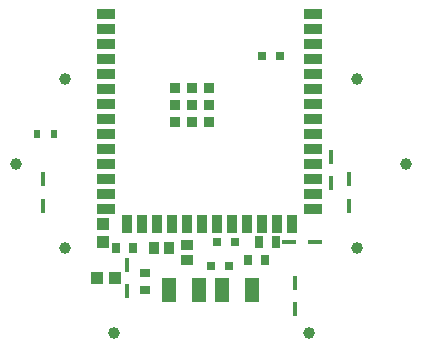
<source format=gbr>
%TF.GenerationSoftware,Altium Limited,Altium Designer,25.8.1 (18)*%
G04 Layer_Color=8421504*
%FSLAX45Y45*%
%MOMM*%
%TF.SameCoordinates,DBAD572D-54B9-4E5B-BD18-095DBB1A99D2*%
%TF.FilePolarity,Positive*%
%TF.FileFunction,Paste,Top*%
%TF.Part,Single*%
G01*
G75*
%TA.AperFunction,SMDPad,CuDef*%
%ADD10R,0.45720X1.16840*%
%TA.AperFunction,ConnectorPad*%
%ADD11R,1.50000X0.90000*%
%TA.AperFunction,SMDPad,CuDef*%
%ADD12R,0.80000X0.80000*%
%TA.AperFunction,BGAPad,CuDef*%
%ADD13R,0.90000X0.90000*%
%TA.AperFunction,SMDPad,CuDef*%
%ADD14R,1.16840X0.45720*%
%ADD15R,0.65000X0.90000*%
%ADD16R,0.98000X0.88000*%
%TA.AperFunction,ConnectorPad*%
%ADD17R,1.20000X2.00000*%
%TA.AperFunction,SMDPad,CuDef*%
%ADD18R,0.94000X0.73000*%
%ADD19R,0.73000X0.94000*%
%ADD20R,0.60000X0.80000*%
%TA.AperFunction,ConnectorPad*%
%ADD21R,0.90000X1.50000*%
%TA.AperFunction,SMDPad,CuDef*%
%ADD22R,1.05000X1.00000*%
G04:AMPARAMS|DCode=23|XSize=1mm|YSize=1mm|CornerRadius=0.5mm|HoleSize=0mm|Usage=FLASHONLY|Rotation=0.000|XOffset=0mm|YOffset=0mm|HoleType=Round|Shape=RoundedRectangle|*
%AMROUNDEDRECTD23*
21,1,1.00000,0.00000,0,0,0.0*
21,1,0.00000,1.00000,0,0,0.0*
1,1,1.00000,0.00000,0.00000*
1,1,1.00000,0.00000,0.00000*
1,1,1.00000,0.00000,0.00000*
1,1,1.00000,0.00000,0.00000*
%
%ADD23ROUNDEDRECTD23*%
G04:AMPARAMS|DCode=24|XSize=1mm|YSize=1mm|CornerRadius=0.5mm|HoleSize=0mm|Usage=FLASHONLY|Rotation=300.000|XOffset=0mm|YOffset=0mm|HoleType=Round|Shape=RoundedRectangle|*
%AMROUNDEDRECTD24*
21,1,1.00000,0.00000,0,0,300.0*
21,1,0.00000,1.00000,0,0,300.0*
1,1,1.00000,0.00000,0.00000*
1,1,1.00000,0.00000,0.00000*
1,1,1.00000,0.00000,0.00000*
1,1,1.00000,0.00000,0.00000*
%
%ADD24ROUNDEDRECTD24*%
%ADD25R,0.88000X0.98000*%
G04:AMPARAMS|DCode=26|XSize=1mm|YSize=1mm|CornerRadius=0.5mm|HoleSize=0mm|Usage=FLASHONLY|Rotation=240.000|XOffset=0mm|YOffset=0mm|HoleType=Round|Shape=RoundedRectangle|*
%AMROUNDEDRECTD26*
21,1,1.00000,0.00000,0,0,240.0*
21,1,0.00000,1.00000,0,0,240.0*
1,1,1.00000,0.00000,0.00000*
1,1,1.00000,0.00000,0.00000*
1,1,1.00000,0.00000,0.00000*
1,1,1.00000,0.00000,0.00000*
%
%ADD26ROUNDEDRECTD26*%
%ADD27R,1.00000X1.05000*%
%ADD28R,0.78000X0.98000*%
D10*
X711198Y-1005842D02*
D03*
Y-1229362D02*
D03*
X1015995Y60955D02*
D03*
Y-162565D02*
D03*
X-711204Y-853443D02*
D03*
Y-1076963D02*
D03*
X1168398Y-132082D02*
D03*
X-1422402D02*
D03*
Y-355602D02*
D03*
X1168398D02*
D03*
D11*
X863598Y507998D02*
D03*
Y1269998D02*
D03*
Y-381002D02*
D03*
X-886401Y1269998D02*
D03*
Y1142998D02*
D03*
Y1015998D02*
D03*
Y888998D02*
D03*
Y761998D02*
D03*
Y634998D02*
D03*
Y507998D02*
D03*
Y380998D02*
D03*
Y253998D02*
D03*
Y126998D02*
D03*
Y-2D02*
D03*
Y-127002D02*
D03*
Y-254002D02*
D03*
Y-381002D02*
D03*
X863598Y-254002D02*
D03*
Y-127002D02*
D03*
Y-2D02*
D03*
Y126998D02*
D03*
Y253998D02*
D03*
Y380998D02*
D03*
Y634998D02*
D03*
Y761998D02*
D03*
Y888998D02*
D03*
Y1015998D02*
D03*
Y1142998D02*
D03*
D12*
X432997Y914398D02*
D03*
X152398Y-863602D02*
D03*
X2396D02*
D03*
X200800Y-660402D02*
D03*
X50798D02*
D03*
X582999Y914398D02*
D03*
D13*
X-21399Y638001D02*
D03*
X-161398Y498001D02*
D03*
Y638001D02*
D03*
X-21399Y498001D02*
D03*
Y358001D02*
D03*
X-161398D02*
D03*
X-301398Y638001D02*
D03*
Y358001D02*
D03*
Y498001D02*
D03*
D14*
X660400Y-660400D02*
D03*
X883920D02*
D03*
D15*
X312195Y-812802D02*
D03*
X457198D02*
D03*
D16*
X-203202D02*
D03*
Y-686797D02*
D03*
D17*
X344402Y-1066802D02*
D03*
X-355602D02*
D03*
X-105600D02*
D03*
X94400D02*
D03*
D18*
X-558802Y-924805D02*
D03*
Y-1066802D02*
D03*
D19*
X-660402Y-711202D02*
D03*
X-802398D02*
D03*
D20*
X-1473202Y253998D02*
D03*
X-1333197D02*
D03*
D21*
X-709901Y-506000D02*
D03*
X-582901D02*
D03*
X-455901D02*
D03*
X-328901D02*
D03*
X-201901D02*
D03*
X-74901D02*
D03*
X52099D02*
D03*
X179099D02*
D03*
X306099D02*
D03*
X433099D02*
D03*
X560099D02*
D03*
X687099D02*
D03*
D22*
X-965202Y-965202D02*
D03*
X-815200D02*
D03*
D23*
X1651989Y-2D02*
D03*
X-1651992D02*
D03*
X-1239014Y-715012D02*
D03*
X1239010Y715008D02*
D03*
D24*
X826006Y-1431012D02*
D03*
X-1239014Y714008D02*
D03*
X1239010Y-716012D02*
D03*
D25*
X-481606Y-711202D02*
D03*
X-355602D02*
D03*
D26*
X-826010Y-1431012D02*
D03*
D27*
X-914402Y-508002D02*
D03*
Y-658004D02*
D03*
D28*
X406398Y-660402D02*
D03*
X546403D02*
D03*
%TF.MD5,3b327b4e23aa57e6e434139c597526b9*%
M02*

</source>
